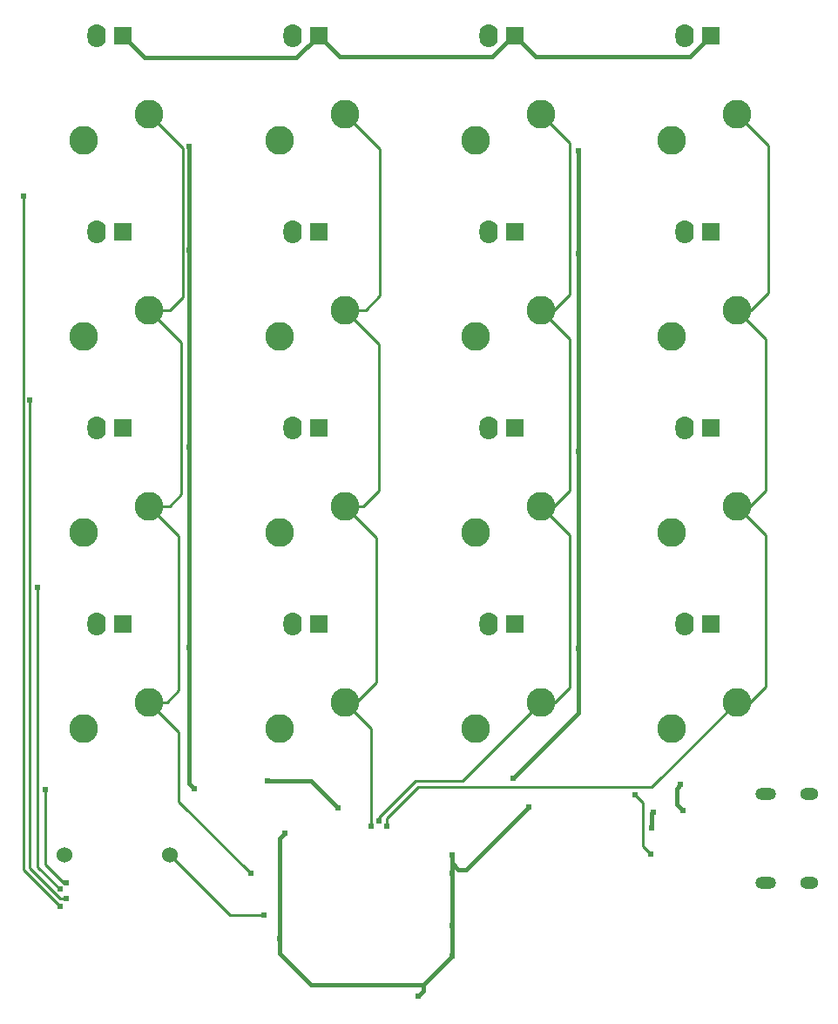
<source format=gtl>
G04 Layer: TopLayer*
G04 EasyEDA v6.5.42, 2024-04-23 01:25:34*
G04 37435acb23be492c925ee77293ce4e4e,2f8dee597c2d402b932a0ab9ce23454b,10*
G04 Gerber Generator version 0.2*
G04 Scale: 100 percent, Rotated: No, Reflected: No *
G04 Dimensions in millimeters *
G04 leading zeros omitted , absolute positions ,4 integer and 5 decimal *
%FSLAX45Y45*%
%MOMM*%

%ADD10C,0.2540*%
%ADD11C,0.3810*%
%ADD12C,2.7940*%
%ADD13O,1.778X2.286*%
%ADD14R,1.7780X1.7780*%
%ADD15O,1.7999964X1.1999976*%
%ADD16O,1.9999959999999999X1.1999976*%
%ADD17C,1.5240*%
%ADD18C,0.6200*%

%LPD*%
D10*
X1333500Y-1206500D02*
G01*
X1663700Y-1536700D01*
X1663700Y-2984500D01*
X1536700Y-3111500D01*
X1333500Y-3111500D01*
X114300Y-2006600D02*
G01*
X114300Y-8547100D01*
X469900Y-8902700D01*
D11*
X1727200Y-1524000D02*
G01*
X1727200Y-7708900D01*
X1778000Y-7759700D01*
D10*
X1333500Y-6921500D02*
G01*
X1625600Y-7213600D01*
X1625600Y-7886700D01*
X2324100Y-8585200D01*
D11*
X5029200Y-7937500D02*
G01*
X4419600Y-8547100D01*
X4343400Y-8547100D01*
X4279900Y-8482584D01*
D10*
X254000Y-5803900D02*
G01*
X254000Y-8521700D01*
X469900Y-8737600D01*
X177800Y-3987800D02*
G01*
X177800Y-8534400D01*
X469900Y-8826500D01*
X533400Y-8826500D01*
X330200Y-7772400D02*
G01*
X330200Y-8496300D01*
X508000Y-8674100D01*
X533400Y-8674100D01*
X3238500Y-3111500D02*
G01*
X3568700Y-3441700D01*
X3568700Y-4864100D01*
X3416300Y-5016500D01*
X3238500Y-5016500D01*
X3238500Y-5016500D02*
G01*
X3543300Y-5321300D01*
X3543300Y-6731000D01*
X3352800Y-6921500D01*
X3238500Y-6921500D01*
X3238500Y-1206500D02*
G01*
X3581400Y-1549400D01*
X3581400Y-2971800D01*
X3441700Y-3111500D01*
X3238500Y-3111500D01*
D11*
X3949700Y-9779000D02*
G01*
X4000500Y-9728200D01*
X4000500Y-9664700D01*
D10*
X6210300Y-8394700D02*
G01*
X6134100Y-8318500D01*
X6134100Y-7899400D01*
X6057900Y-7823200D01*
D11*
X6527800Y-7975600D02*
G01*
X6464300Y-7912100D01*
X6464300Y-7759700D01*
X6502400Y-7721600D01*
X6223000Y-8140700D02*
G01*
X6223000Y-8001000D01*
X6235700Y-7988300D01*
D10*
X7048500Y-6921500D02*
G01*
X6223000Y-7747000D01*
X3949700Y-7747000D01*
X3644900Y-8051800D01*
X3644900Y-8128000D01*
X5143500Y-6921500D02*
G01*
X4381500Y-7683500D01*
X3924300Y-7683500D01*
X3568700Y-8039100D01*
X3568700Y-8077200D01*
X3238500Y-6921500D02*
G01*
X3492500Y-7175500D01*
X3492500Y-8128000D01*
X1333500Y-3111500D02*
G01*
X1651000Y-3429000D01*
X1651000Y-4902200D01*
X1536700Y-5016500D01*
X1333500Y-5016500D01*
X1333500Y-5016500D02*
G01*
X1625600Y-5308600D01*
X1625600Y-6807200D01*
X1511300Y-6921500D01*
X1333500Y-6921500D01*
X7048500Y-1206500D02*
G01*
X7353300Y-1511300D01*
X7353300Y-2946400D01*
X7188200Y-3111500D01*
X7048500Y-3111500D01*
X7048500Y-3111500D02*
G01*
X7327900Y-3390900D01*
X7327900Y-4864100D01*
X7175500Y-5016500D01*
X7048500Y-5016500D01*
X7048500Y-5016500D02*
G01*
X7327900Y-5295900D01*
X7327900Y-6769100D01*
X7175500Y-6921500D01*
X7048500Y-6921500D01*
X5143500Y-1206500D02*
G01*
X5422900Y-1485900D01*
X5422900Y-2959100D01*
X5270500Y-3111500D01*
X5143500Y-3111500D01*
X5143500Y-3111500D02*
G01*
X5422900Y-3390900D01*
X5422900Y-4864100D01*
X5270500Y-5016500D01*
X5143500Y-5016500D01*
X5143500Y-5016500D02*
G01*
X5422900Y-5295900D01*
X5422900Y-6781800D01*
X5283200Y-6921500D01*
X5143500Y-6921500D01*
D11*
X5511800Y-1562100D02*
G01*
X5511800Y-7023100D01*
X4876800Y-7658100D01*
X1079500Y-444500D02*
G01*
X1295400Y-660400D01*
X2768600Y-660400D01*
X2984500Y-444500D01*
X2984500Y-444500D02*
G01*
X3187700Y-647700D01*
X4673600Y-647700D01*
X4876800Y-444500D01*
X4889500Y-444500D01*
X4889500Y-444500D02*
G01*
X5092700Y-647700D01*
X6591300Y-647700D01*
X6794500Y-444500D01*
X2489200Y-7683500D02*
G01*
X2908300Y-7683500D01*
X3175000Y-7950200D01*
D10*
X1543710Y-8407400D02*
G01*
X2127910Y-8991600D01*
X2451100Y-8991600D01*
D11*
X4279900Y-8407400D02*
G01*
X4279900Y-9385300D01*
X4000500Y-9664700D01*
X2908300Y-9664700D01*
X2603500Y-9359900D01*
X2603500Y-8242300D01*
X2654300Y-8191500D01*
D12*
G01*
X7048500Y-6921500D03*
G01*
X6413500Y-7175500D03*
D13*
G01*
X6540500Y-6159500D03*
D14*
G01*
X6794500Y-6159500D03*
D12*
G01*
X1333500Y-3111500D03*
G01*
X698500Y-3365500D03*
D13*
G01*
X825500Y-2349500D03*
D14*
G01*
X1079500Y-2349500D03*
D12*
G01*
X3238500Y-3111500D03*
G01*
X2603500Y-3365500D03*
D13*
G01*
X2730500Y-2349500D03*
D14*
G01*
X2984500Y-2349500D03*
D12*
G01*
X5143500Y-3111500D03*
G01*
X4508500Y-3365500D03*
D13*
G01*
X4635500Y-2349500D03*
D14*
G01*
X4889500Y-2349500D03*
D12*
G01*
X7048500Y-3111500D03*
G01*
X6413500Y-3365500D03*
D13*
G01*
X6540500Y-2349500D03*
D14*
G01*
X6794500Y-2349500D03*
D12*
G01*
X1333500Y-1206500D03*
G01*
X698500Y-1460500D03*
D13*
G01*
X825500Y-444500D03*
D14*
G01*
X1079500Y-444500D03*
D12*
G01*
X3238500Y-1206500D03*
G01*
X2603500Y-1460500D03*
D13*
G01*
X2730500Y-444500D03*
D14*
G01*
X2984500Y-444500D03*
D12*
G01*
X5143500Y-1206500D03*
G01*
X4508500Y-1460500D03*
D13*
G01*
X4635500Y-444500D03*
D14*
G01*
X4889500Y-444500D03*
D12*
G01*
X7048500Y-1206500D03*
G01*
X6413500Y-1460500D03*
D13*
G01*
X6540500Y-444500D03*
D14*
G01*
X6794500Y-444500D03*
D12*
G01*
X1333500Y-5016500D03*
G01*
X698500Y-5270500D03*
D13*
G01*
X825500Y-4254500D03*
D14*
G01*
X1079500Y-4254500D03*
D12*
G01*
X3238500Y-5016500D03*
G01*
X2603500Y-5270500D03*
D13*
G01*
X2730500Y-4254500D03*
D14*
G01*
X2984500Y-4254500D03*
D12*
G01*
X5143500Y-5016500D03*
G01*
X4508500Y-5270500D03*
D13*
G01*
X4635500Y-4254500D03*
D14*
G01*
X4889500Y-4254500D03*
D12*
G01*
X7048500Y-5016500D03*
G01*
X6413500Y-5270500D03*
D13*
G01*
X6540500Y-4254500D03*
D14*
G01*
X6794500Y-4254500D03*
D12*
G01*
X1333500Y-6921500D03*
G01*
X698500Y-7175500D03*
D13*
G01*
X825500Y-6159500D03*
D14*
G01*
X1079500Y-6159500D03*
D12*
G01*
X3238500Y-6921500D03*
G01*
X2603500Y-7175500D03*
D13*
G01*
X2730500Y-6159500D03*
D14*
G01*
X2984500Y-6159500D03*
D12*
G01*
X5143500Y-6921500D03*
G01*
X4508500Y-7175500D03*
D13*
G01*
X4635500Y-6159500D03*
D14*
G01*
X4889500Y-6159500D03*
D15*
G01*
X7753095Y-8674811D03*
D16*
G01*
X7335113Y-8674811D03*
G01*
X7335113Y-7809788D03*
D15*
G01*
X7753095Y-7809788D03*
D17*
G01*
X1543710Y-8407400D03*
G01*
X513689Y-8407400D03*
D18*
G01*
X4279900Y-8407400D03*
G01*
X2603500Y-9220200D03*
G01*
X2654300Y-8191500D03*
G01*
X3949700Y-9779000D03*
G01*
X6210300Y-8394700D03*
G01*
X6057900Y-7823200D03*
G01*
X6527800Y-7975600D03*
G01*
X6502400Y-7721600D03*
G01*
X6223000Y-8140700D03*
G01*
X6235700Y-7988300D03*
G01*
X3644900Y-8128000D03*
G01*
X3568700Y-8077200D03*
G01*
X3492500Y-8128000D03*
G01*
X114300Y-2006600D03*
G01*
X469900Y-8902700D03*
G01*
X177800Y-3987800D03*
G01*
X533400Y-8826500D03*
G01*
X2324100Y-8585200D03*
G01*
X254000Y-5803900D03*
G01*
X469900Y-8737600D03*
G01*
X330200Y-7772400D03*
G01*
X533400Y-8674100D03*
G01*
X1727200Y-1524000D03*
G01*
X1727200Y-2527300D03*
G01*
X1727200Y-4445000D03*
G01*
X1727200Y-6388100D03*
G01*
X5511800Y-1562100D03*
G01*
X4876800Y-7658100D03*
G01*
X5511800Y-2565400D03*
G01*
X5511800Y-4483100D03*
G01*
X5511800Y-6400800D03*
G01*
X5029200Y-7937500D03*
G01*
X1778000Y-7759700D03*
G01*
X4279900Y-8585200D03*
G01*
X4279900Y-9093200D03*
G01*
X2489200Y-7683500D03*
G01*
X3175000Y-7950200D03*
G01*
X4279900Y-9385300D03*
G01*
X2451100Y-8991600D03*
M02*

</source>
